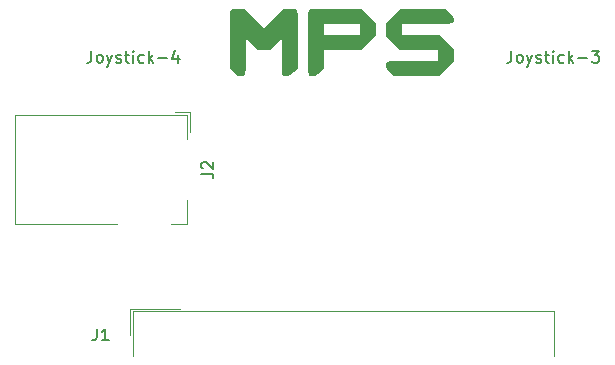
<source format=gto>
%TF.GenerationSoftware,KiCad,Pcbnew,(6.0.7)*%
%TF.CreationDate,2022-08-10T23:52:05+02:00*%
%TF.ProjectId,atari-lpt-joysticks,61746172-692d-46c7-9074-2d6a6f797374,rev?*%
%TF.SameCoordinates,Original*%
%TF.FileFunction,Legend,Top*%
%TF.FilePolarity,Positive*%
%FSLAX46Y46*%
G04 Gerber Fmt 4.6, Leading zero omitted, Abs format (unit mm)*
G04 Created by KiCad (PCBNEW (6.0.7)) date 2022-08-10 23:52:05*
%MOMM*%
%LPD*%
G01*
G04 APERTURE LIST*
%ADD10C,0.150000*%
%ADD11C,0.120000*%
%ADD12R,1.846667X3.480000*%
%ADD13R,2.000000X4.600000*%
%ADD14O,2.000000X4.200000*%
%ADD15O,4.200000X2.000000*%
G04 APERTURE END LIST*
D10*
%TO.C,J1*%
X95963333Y-91549880D02*
X95963333Y-92264166D01*
X95915714Y-92407023D01*
X95820476Y-92502261D01*
X95677619Y-92549880D01*
X95582381Y-92549880D01*
X96963333Y-92549880D02*
X96391905Y-92549880D01*
X96677619Y-92549880D02*
X96677619Y-91549880D01*
X96582381Y-91692738D01*
X96487143Y-91787976D01*
X96391905Y-91835595D01*
%TO.C,J2*%
X104822380Y-78423333D02*
X105536666Y-78423333D01*
X105679523Y-78470952D01*
X105774761Y-78566190D01*
X105822380Y-78709047D01*
X105822380Y-78804285D01*
X104917619Y-77994761D02*
X104870000Y-77947142D01*
X104822380Y-77851904D01*
X104822380Y-77613809D01*
X104870000Y-77518571D01*
X104917619Y-77470952D01*
X105012857Y-77423333D01*
X105108095Y-77423333D01*
X105250952Y-77470952D01*
X105822380Y-78042380D01*
X105822380Y-77423333D01*
%TO.C,Joystick-4*%
X95512380Y-68032380D02*
X95512380Y-68746666D01*
X95464761Y-68889523D01*
X95369523Y-68984761D01*
X95226666Y-69032380D01*
X95131428Y-69032380D01*
X96131428Y-69032380D02*
X96036190Y-68984761D01*
X95988571Y-68937142D01*
X95940952Y-68841904D01*
X95940952Y-68556190D01*
X95988571Y-68460952D01*
X96036190Y-68413333D01*
X96131428Y-68365714D01*
X96274285Y-68365714D01*
X96369523Y-68413333D01*
X96417142Y-68460952D01*
X96464761Y-68556190D01*
X96464761Y-68841904D01*
X96417142Y-68937142D01*
X96369523Y-68984761D01*
X96274285Y-69032380D01*
X96131428Y-69032380D01*
X96798095Y-68365714D02*
X97036190Y-69032380D01*
X97274285Y-68365714D02*
X97036190Y-69032380D01*
X96940952Y-69270476D01*
X96893333Y-69318095D01*
X96798095Y-69365714D01*
X97607619Y-68984761D02*
X97702857Y-69032380D01*
X97893333Y-69032380D01*
X97988571Y-68984761D01*
X98036190Y-68889523D01*
X98036190Y-68841904D01*
X97988571Y-68746666D01*
X97893333Y-68699047D01*
X97750476Y-68699047D01*
X97655238Y-68651428D01*
X97607619Y-68556190D01*
X97607619Y-68508571D01*
X97655238Y-68413333D01*
X97750476Y-68365714D01*
X97893333Y-68365714D01*
X97988571Y-68413333D01*
X98321904Y-68365714D02*
X98702857Y-68365714D01*
X98464761Y-68032380D02*
X98464761Y-68889523D01*
X98512380Y-68984761D01*
X98607619Y-69032380D01*
X98702857Y-69032380D01*
X99036190Y-69032380D02*
X99036190Y-68365714D01*
X99036190Y-68032380D02*
X98988571Y-68080000D01*
X99036190Y-68127619D01*
X99083809Y-68080000D01*
X99036190Y-68032380D01*
X99036190Y-68127619D01*
X99940952Y-68984761D02*
X99845714Y-69032380D01*
X99655238Y-69032380D01*
X99560000Y-68984761D01*
X99512380Y-68937142D01*
X99464761Y-68841904D01*
X99464761Y-68556190D01*
X99512380Y-68460952D01*
X99560000Y-68413333D01*
X99655238Y-68365714D01*
X99845714Y-68365714D01*
X99940952Y-68413333D01*
X100369523Y-69032380D02*
X100369523Y-68032380D01*
X100464761Y-68651428D02*
X100750476Y-69032380D01*
X100750476Y-68365714D02*
X100369523Y-68746666D01*
X101179047Y-68651428D02*
X101940952Y-68651428D01*
X102845714Y-68365714D02*
X102845714Y-69032380D01*
X102607619Y-67984761D02*
X102369523Y-68699047D01*
X102988571Y-68699047D01*
%TO.C,Joystick-3*%
X131072380Y-68032380D02*
X131072380Y-68746666D01*
X131024761Y-68889523D01*
X130929523Y-68984761D01*
X130786666Y-69032380D01*
X130691428Y-69032380D01*
X131691428Y-69032380D02*
X131596190Y-68984761D01*
X131548571Y-68937142D01*
X131500952Y-68841904D01*
X131500952Y-68556190D01*
X131548571Y-68460952D01*
X131596190Y-68413333D01*
X131691428Y-68365714D01*
X131834285Y-68365714D01*
X131929523Y-68413333D01*
X131977142Y-68460952D01*
X132024761Y-68556190D01*
X132024761Y-68841904D01*
X131977142Y-68937142D01*
X131929523Y-68984761D01*
X131834285Y-69032380D01*
X131691428Y-69032380D01*
X132358095Y-68365714D02*
X132596190Y-69032380D01*
X132834285Y-68365714D02*
X132596190Y-69032380D01*
X132500952Y-69270476D01*
X132453333Y-69318095D01*
X132358095Y-69365714D01*
X133167619Y-68984761D02*
X133262857Y-69032380D01*
X133453333Y-69032380D01*
X133548571Y-68984761D01*
X133596190Y-68889523D01*
X133596190Y-68841904D01*
X133548571Y-68746666D01*
X133453333Y-68699047D01*
X133310476Y-68699047D01*
X133215238Y-68651428D01*
X133167619Y-68556190D01*
X133167619Y-68508571D01*
X133215238Y-68413333D01*
X133310476Y-68365714D01*
X133453333Y-68365714D01*
X133548571Y-68413333D01*
X133881904Y-68365714D02*
X134262857Y-68365714D01*
X134024761Y-68032380D02*
X134024761Y-68889523D01*
X134072380Y-68984761D01*
X134167619Y-69032380D01*
X134262857Y-69032380D01*
X134596190Y-69032380D02*
X134596190Y-68365714D01*
X134596190Y-68032380D02*
X134548571Y-68080000D01*
X134596190Y-68127619D01*
X134643809Y-68080000D01*
X134596190Y-68032380D01*
X134596190Y-68127619D01*
X135500952Y-68984761D02*
X135405714Y-69032380D01*
X135215238Y-69032380D01*
X135120000Y-68984761D01*
X135072380Y-68937142D01*
X135024761Y-68841904D01*
X135024761Y-68556190D01*
X135072380Y-68460952D01*
X135120000Y-68413333D01*
X135215238Y-68365714D01*
X135405714Y-68365714D01*
X135500952Y-68413333D01*
X135929523Y-69032380D02*
X135929523Y-68032380D01*
X136024761Y-68651428D02*
X136310476Y-69032380D01*
X136310476Y-68365714D02*
X135929523Y-68746666D01*
X136739047Y-68651428D02*
X137500952Y-68651428D01*
X137881904Y-68032380D02*
X138500952Y-68032380D01*
X138167619Y-68413333D01*
X138310476Y-68413333D01*
X138405714Y-68460952D01*
X138453333Y-68508571D01*
X138500952Y-68603809D01*
X138500952Y-68841904D01*
X138453333Y-68937142D01*
X138405714Y-68984761D01*
X138310476Y-69032380D01*
X138024761Y-69032380D01*
X137929523Y-68984761D01*
X137881904Y-68937142D01*
%TO.C,G\u002A\u002A\u002A*%
G36*
X109295686Y-65304692D02*
G01*
X110107470Y-66114805D01*
X110919254Y-65304692D01*
X111731039Y-64494578D01*
X112284122Y-64494578D01*
X112589235Y-64503206D01*
X112802686Y-64527927D01*
X112909590Y-64566997D01*
X112910651Y-64568024D01*
X112930510Y-64621787D01*
X112946837Y-64745047D01*
X112959868Y-64945874D01*
X112969841Y-65232342D01*
X112976994Y-65612521D01*
X112981563Y-66094482D01*
X112983787Y-66686299D01*
X112984096Y-67064036D01*
X112984096Y-69486603D01*
X112630394Y-69836614D01*
X112443592Y-70014543D01*
X112307518Y-70119939D01*
X112190831Y-70171092D01*
X112062190Y-70186291D01*
X112030587Y-70186626D01*
X111855223Y-70169357D01*
X111728481Y-70126526D01*
X111711036Y-70113180D01*
X111686090Y-70048141D01*
X111666779Y-69902876D01*
X111652696Y-69668464D01*
X111643433Y-69335981D01*
X111638581Y-68896505D01*
X111637590Y-68507905D01*
X111637590Y-66976076D01*
X111131372Y-67479664D01*
X110625154Y-67983253D01*
X109589786Y-67983253D01*
X109083568Y-67479664D01*
X108577349Y-66976076D01*
X108577349Y-68480058D01*
X108576691Y-68980863D01*
X108572279Y-69372643D01*
X108560460Y-69668781D01*
X108537580Y-69882660D01*
X108499984Y-70027666D01*
X108444018Y-70117180D01*
X108366028Y-70164589D01*
X108262359Y-70183274D01*
X108129358Y-70186620D01*
X108111403Y-70186626D01*
X107971997Y-70175396D01*
X107852506Y-70128703D01*
X107719056Y-70027040D01*
X107550078Y-69863376D01*
X107230843Y-69540126D01*
X107230843Y-67090798D01*
X107231857Y-66431037D01*
X107235053Y-65885627D01*
X107240667Y-65446527D01*
X107248931Y-65105696D01*
X107260081Y-64855090D01*
X107274350Y-64686667D01*
X107291973Y-64592386D01*
X107304289Y-64568024D01*
X107408635Y-64528653D01*
X107619860Y-64503591D01*
X107923082Y-64494583D01*
X107930818Y-64494578D01*
X108483901Y-64494578D01*
X109295686Y-65304692D01*
G37*
G36*
X113846251Y-65882642D02*
G01*
X113854896Y-65467021D01*
X113866016Y-65112480D01*
X113879609Y-64834307D01*
X113895675Y-64647792D01*
X113914216Y-64568224D01*
X113914410Y-64568024D01*
X113970069Y-64547238D01*
X114096959Y-64530331D01*
X114303393Y-64517035D01*
X114597682Y-64507082D01*
X114988138Y-64500204D01*
X115483074Y-64496134D01*
X116090801Y-64494605D01*
X116195438Y-64494578D01*
X118403020Y-64494578D01*
X118998618Y-65092420D01*
X119594217Y-65690262D01*
X119594217Y-66730741D01*
X118965822Y-67356997D01*
X118337428Y-67983253D01*
X115187470Y-67983253D01*
X115187470Y-69479221D01*
X114837458Y-69832924D01*
X114653665Y-70012025D01*
X114520144Y-70118289D01*
X114405611Y-70170163D01*
X114278784Y-70186094D01*
X114237651Y-70186626D01*
X114061203Y-70169611D01*
X113933247Y-70127332D01*
X113914410Y-70113180D01*
X113895845Y-70034735D01*
X113879754Y-69849193D01*
X113866137Y-69571845D01*
X113854993Y-69217977D01*
X113846323Y-68802880D01*
X113840127Y-68341842D01*
X113836404Y-67850152D01*
X113835156Y-67343098D01*
X113836380Y-66835969D01*
X113837418Y-66697952D01*
X115187470Y-66697952D01*
X118247711Y-66697952D01*
X118247711Y-65779879D01*
X115187470Y-65779879D01*
X115187470Y-66697952D01*
X113837418Y-66697952D01*
X113840079Y-66344054D01*
X113846251Y-65882642D01*
G37*
G36*
X125885103Y-64817828D02*
G01*
X126058064Y-65003467D01*
X126156053Y-65142846D01*
X126198059Y-65268165D01*
X126204337Y-65359185D01*
X126203125Y-65466892D01*
X126191827Y-65554444D01*
X126158958Y-65623930D01*
X126093027Y-65677435D01*
X125982547Y-65717049D01*
X125816029Y-65744857D01*
X125581985Y-65762948D01*
X125268927Y-65773410D01*
X124865366Y-65778329D01*
X124359815Y-65779793D01*
X123889036Y-65779879D01*
X121797590Y-65779879D01*
X121797590Y-66697952D01*
X125013140Y-66697952D01*
X125608739Y-67295794D01*
X126204337Y-67893636D01*
X126204337Y-68934115D01*
X125575943Y-69560370D01*
X124947549Y-70186626D01*
X121089553Y-70186626D01*
X120770319Y-69863376D01*
X120600948Y-69683279D01*
X120504172Y-69549573D01*
X120460669Y-69427806D01*
X120451084Y-69294172D01*
X120468364Y-69118852D01*
X120511218Y-68992160D01*
X120524530Y-68974771D01*
X120580964Y-68953616D01*
X120709348Y-68936481D01*
X120918081Y-68923088D01*
X121215562Y-68913156D01*
X121610190Y-68906404D01*
X122110364Y-68902554D01*
X122724484Y-68901325D01*
X124857831Y-68901325D01*
X124857831Y-67983253D01*
X121642282Y-67983253D01*
X120451084Y-66787569D01*
X120451084Y-65685775D01*
X121048926Y-65090177D01*
X121646768Y-64494578D01*
X125565868Y-64494578D01*
X125885103Y-64817828D01*
G37*
D11*
%TO.C,J1*%
X134643333Y-93837500D02*
X134643333Y-90097500D01*
X98796667Y-92097500D02*
X98796667Y-89857500D01*
X98796667Y-89857500D02*
X102990000Y-89857500D01*
X99036667Y-90097500D02*
X99036667Y-93837500D01*
X134643333Y-90097500D02*
X99036667Y-90097500D01*
%TO.C,J2*%
X89070000Y-82690000D02*
X89070000Y-73490000D01*
X103870000Y-73190000D02*
X102570000Y-73190000D01*
X89070000Y-73490000D02*
X103570000Y-73490000D01*
X97670000Y-82690000D02*
X89070000Y-82690000D01*
X103570000Y-82690000D02*
X102270000Y-82690000D01*
X103570000Y-73490000D02*
X103570000Y-75490000D01*
X103870000Y-74890000D02*
X103870000Y-73190000D01*
X103570000Y-80690000D02*
X103570000Y-82690000D01*
%TD*%
%LPC*%
D12*
%TO.C,J1*%
X100220000Y-92097500D03*
X102990000Y-92097500D03*
X105760000Y-92097500D03*
X108530000Y-92097500D03*
X111300000Y-92097500D03*
X114070000Y-92097500D03*
X116840000Y-92097500D03*
X119610000Y-92097500D03*
X122380000Y-92097500D03*
X125150000Y-92097500D03*
X127920000Y-92097500D03*
X130690000Y-92097500D03*
X133460000Y-92097500D03*
%TD*%
D13*
%TO.C,J2*%
X102870000Y-78090000D03*
D14*
X96570000Y-78090000D03*
D15*
X99970000Y-82890000D03*
%TD*%
D12*
%TO.C,Joystick-4*%
X94905000Y-65482500D03*
X97675000Y-65482500D03*
X100445000Y-65482500D03*
X103215000Y-65482500D03*
%TD*%
%TO.C,Joystick-3*%
X130465000Y-65482500D03*
X133235000Y-65482500D03*
X136005000Y-65482500D03*
X138775000Y-65482500D03*
%TD*%
M02*

</source>
